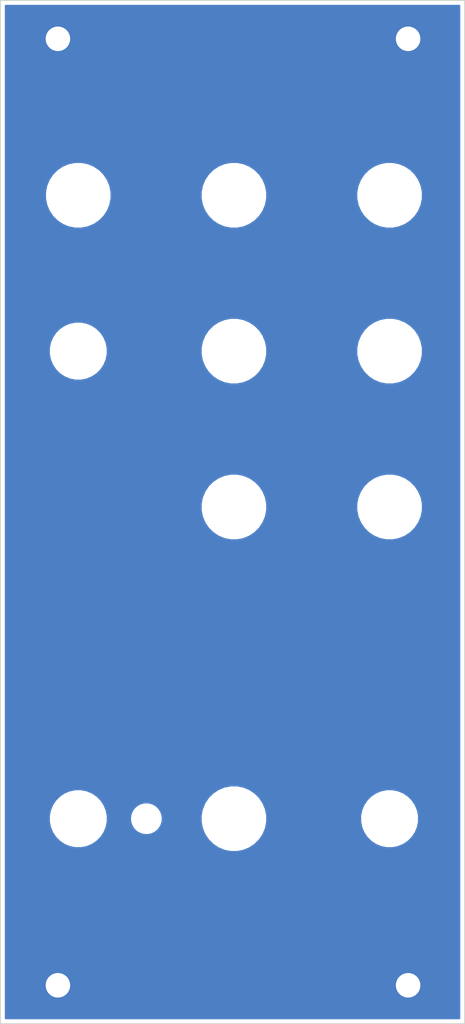
<source format=kicad_pcb>
(kicad_pcb (version 20171130) (host pcbnew 5.1.4-e60b266~84~ubuntu19.04.1)

  (general
    (thickness 1.6)
    (drawings 21)
    (tracks 0)
    (zones 0)
    (modules 16)
    (nets 1)
  )

  (page A4)
  (title_block
    (title Bass++)
    (date 2019-10-17)
    (rev 01)
    (comment 1 "Original design by Thomas Henry")
    (comment 2 "PCB for panel")
    (comment 4 "License CC BY 4.0 - Attribution 4.0 International")
  )

  (layers
    (0 F.Cu signal)
    (31 B.Cu signal)
    (32 B.Adhes user)
    (33 F.Adhes user)
    (34 B.Paste user)
    (35 F.Paste user)
    (36 B.SilkS user)
    (37 F.SilkS user)
    (38 B.Mask user)
    (39 F.Mask user)
    (40 Dwgs.User user)
    (41 Cmts.User user)
    (42 Eco1.User user)
    (43 Eco2.User user)
    (44 Edge.Cuts user)
    (45 Margin user)
    (46 B.CrtYd user)
    (47 F.CrtYd user)
    (48 B.Fab user)
    (49 F.Fab user)
  )

  (setup
    (last_trace_width 0.25)
    (user_trace_width 0.762)
    (trace_clearance 0.2)
    (zone_clearance 0.508)
    (zone_45_only no)
    (trace_min 0.2)
    (via_size 0.8)
    (via_drill 0.4)
    (via_min_size 0.4)
    (via_min_drill 0.3)
    (uvia_size 0.3)
    (uvia_drill 0.1)
    (uvias_allowed no)
    (uvia_min_size 0.2)
    (uvia_min_drill 0.1)
    (edge_width 0.05)
    (segment_width 0.2)
    (pcb_text_width 0.3)
    (pcb_text_size 1.5 1.5)
    (mod_edge_width 0.12)
    (mod_text_size 1 1)
    (mod_text_width 0.15)
    (pad_size 3.2 3.2)
    (pad_drill 3.2)
    (pad_to_mask_clearance 0.051)
    (solder_mask_min_width 0.25)
    (aux_axis_origin 0 0)
    (visible_elements 7FFFFFFF)
    (pcbplotparams
      (layerselection 0x010fc_ffffffff)
      (usegerberextensions false)
      (usegerberattributes false)
      (usegerberadvancedattributes false)
      (creategerberjobfile false)
      (excludeedgelayer true)
      (linewidth 0.100000)
      (plotframeref false)
      (viasonmask false)
      (mode 1)
      (useauxorigin false)
      (hpglpennumber 1)
      (hpglpenspeed 20)
      (hpglpendiameter 15.000000)
      (psnegative false)
      (psa4output false)
      (plotreference true)
      (plotvalue true)
      (plotinvisibletext false)
      (padsonsilk false)
      (subtractmaskfromsilk false)
      (outputformat 1)
      (mirror false)
      (drillshape 1)
      (scaleselection 1)
      (outputdirectory ""))
  )

  (net 0 "")

  (net_class Default "This is the default net class."
    (clearance 0.2)
    (trace_width 0.25)
    (via_dia 0.8)
    (via_drill 0.4)
    (uvia_dia 0.3)
    (uvia_drill 0.1)
  )

  (module MountingHole:MountingHole_3.2mm_M3 (layer F.Cu) (tedit 56D1B4CB) (tstamp 5DA8C20E)
    (at 78.62 153.8)
    (descr "Mounting Hole 3.2mm, no annular, M3")
    (tags "mounting hole 3.2mm no annular m3")
    (attr virtual)
    (fp_text reference REF** (at 0 -4.2) (layer F.SilkS) hide
      (effects (font (size 1 1) (thickness 0.15)))
    )
    (fp_text value MountingHole_3.2mm_M3 (at 0 4.2) (layer F.Fab) hide
      (effects (font (size 1 1) (thickness 0.15)))
    )
    (fp_circle (center 0 0) (end 3.45 0) (layer F.CrtYd) (width 0.05))
    (fp_circle (center 0 0) (end 3.2 0) (layer Cmts.User) (width 0.15))
    (fp_text user %R (at 0.3 0) (layer F.Fab) hide
      (effects (font (size 1 1) (thickness 0.15)))
    )
    (pad 1 np_thru_hole circle (at 0 0) (size 3.2 3.2) (drill 3.2) (layers *.Cu *.Mask))
  )

  (module MountingHole:MountingHole_3.2mm_M3 (layer F.Cu) (tedit 56D1B4CB) (tstamp 5DA8C1F8)
    (at 32.9 153.8)
    (descr "Mounting Hole 3.2mm, no annular, M3")
    (tags "mounting hole 3.2mm no annular m3")
    (attr virtual)
    (fp_text reference REF** (at 0 -4.2) (layer F.SilkS) hide
      (effects (font (size 1 1) (thickness 0.15)))
    )
    (fp_text value MountingHole_3.2mm_M3 (at 0 4.2) (layer F.Fab) hide
      (effects (font (size 1 1) (thickness 0.15)))
    )
    (fp_circle (center 0 0) (end 3.45 0) (layer F.CrtYd) (width 0.05))
    (fp_circle (center 0 0) (end 3.2 0) (layer Cmts.User) (width 0.15))
    (fp_text user %R (at 0.3 0) (layer F.Fab) hide
      (effects (font (size 1 1) (thickness 0.15)))
    )
    (pad 1 np_thru_hole circle (at 0 0) (size 3.2 3.2) (drill 3.2) (layers *.Cu *.Mask))
  )

  (module MountingHole:MountingHole_3.2mm_M3 (layer F.Cu) (tedit 56D1B4CB) (tstamp 5DA8C1E2)
    (at 78.62 30.4)
    (descr "Mounting Hole 3.2mm, no annular, M3")
    (tags "mounting hole 3.2mm no annular m3")
    (attr virtual)
    (fp_text reference REF** (at 0 -4.2) (layer F.SilkS) hide
      (effects (font (size 1 1) (thickness 0.15)))
    )
    (fp_text value MountingHole_3.2mm_M3 (at 0 4.2) (layer F.Fab) hide
      (effects (font (size 1 1) (thickness 0.15)))
    )
    (fp_circle (center 0 0) (end 3.45 0) (layer F.CrtYd) (width 0.05))
    (fp_circle (center 0 0) (end 3.2 0) (layer Cmts.User) (width 0.15))
    (fp_text user %R (at 0.3 0) (layer F.Fab) hide
      (effects (font (size 1 1) (thickness 0.15)))
    )
    (pad 1 np_thru_hole circle (at 0 0) (size 3.2 3.2) (drill 3.2) (layers *.Cu *.Mask))
  )

  (module MountingHole:MountingHole_3.2mm_M3 (layer F.Cu) (tedit 56D1B4CB) (tstamp 5DA8C1CC)
    (at 32.9 30.4)
    (descr "Mounting Hole 3.2mm, no annular, M3")
    (tags "mounting hole 3.2mm no annular m3")
    (attr virtual)
    (fp_text reference REF** (at 0 -4.2) (layer F.SilkS) hide
      (effects (font (size 1 1) (thickness 0.15)))
    )
    (fp_text value MountingHole_3.2mm_M3 (at 0 4.2) (layer F.Fab) hide
      (effects (font (size 1 1) (thickness 0.15)))
    )
    (fp_circle (center 0 0) (end 3.45 0) (layer F.CrtYd) (width 0.05))
    (fp_circle (center 0 0) (end 3.2 0) (layer Cmts.User) (width 0.15))
    (fp_text user %R (at 0.3 0) (layer F.Fab) hide
      (effects (font (size 1 1) (thickness 0.15)))
    )
    (pad 1 np_thru_hole circle (at 0 0) (size 3.2 3.2) (drill 3.2) (layers *.Cu *.Mask))
  )

  (module elektrophon:LED_Monitor (layer F.Cu) (tedit 5D62B726) (tstamp 5DA4EE4A)
    (at 44.45 132.08)
    (descr "Imported from LED Monitor.svg")
    (tags svg2mod)
    (zone_connect 2)
    (attr smd)
    (fp_text reference svg2mod (at 0 -5.054774) (layer F.SilkS) hide
      (effects (font (size 1.524 1.524) (thickness 0.3048)))
    )
    (fp_text value G*** (at 0 5.054774) (layer F.SilkS) hide
      (effects (font (size 1.524 1.524) (thickness 0.3048)))
    )
    (pad 1 connect custom (at 0 0) (size 5 5) (layers *.Mask)
      (zone_connect 2)
      (options (clearance outline) (anchor circle))
      (primitives
        (gr_circle (center 0 0) (end 2.286 0) (width 0.1))
      ))
  )

  (module elektrophon:panel_jack (layer F.Cu) (tedit 5DA46DDA) (tstamp 5D954750)
    (at 76.2 132.08)
    (descr "Mounting Hole 8.4mm, no annular, M8")
    (tags "mounting hole 8.4mm no annular m8")
    (path /5D6B2132)
    (attr virtual)
    (fp_text reference H12 (at 0 -9.4) (layer F.SilkS) hide
      (effects (font (size 1 1) (thickness 0.15)))
    )
    (fp_text value out (at 0 9.144) (layer F.Mask) hide
      (effects (font (size 2 1.4) (thickness 0.25)))
    )
    (fp_circle (center 0 0) (end 4.2 0) (layer F.CrtYd) (width 0.05))
    (fp_circle (center 0 0) (end 4 0) (layer Cmts.User) (width 0.15))
    (fp_text user %R (at 0.3 0) (layer F.Fab) hide
      (effects (font (size 1 1) (thickness 0.15)))
    )
    (pad "" np_thru_hole circle (at 0 0) (size 6.4 6.4) (drill 6.4) (layers *.Cu *.Mask))
    (model "${KIPRJMOD}/../../../lib/kicad/models/PJ301M-12 Thonkiconn v0.2.stp"
      (offset (xyz 0 0.8 -10.5))
      (scale (xyz 1 1 1))
      (rotate (xyz 0 0 0))
    )
  )

  (module elektrophon:panel_potentiometer (layer F.Cu) (tedit 5DA46CEF) (tstamp 5D954748)
    (at 76.2 91.44)
    (descr "Mounting Hole 8.4mm, no annular, M8")
    (tags "mounting hole 8.4mm no annular m8")
    (path /5D6BE698)
    (attr virtual)
    (fp_text reference H11 (at 0 -9.4) (layer F.SilkS) hide
      (effects (font (size 1 1) (thickness 0.15)))
    )
    (fp_text value "impact volume" (at 0 9.144) (layer F.Mask) hide
      (effects (font (size 2 1.4) (thickness 0.25)))
    )
    (fp_circle (center 0 0) (end 6.6 0) (layer F.CrtYd) (width 0.05))
    (fp_circle (center 0 0) (end 6.35 0) (layer Cmts.User) (width 0.15))
    (fp_text user %R (at 0.3 0) (layer F.Fab) hide
      (effects (font (size 1 1) (thickness 0.15)))
    )
    (pad "" np_thru_hole circle (at 0 0) (size 7.4 7.4) (drill 7.4) (layers *.Cu *.Mask))
    (model "${KIPRJMOD}/../../../lib/kicad/models/chroma cap.step"
      (offset (xyz 0 0 8))
      (scale (xyz 1 1 1))
      (rotate (xyz -90 0 0))
    )
  )

  (module elektrophon:panel_potentiometer (layer F.Cu) (tedit 5DA46CEF) (tstamp 5D954740)
    (at 76.2 71.12)
    (descr "Mounting Hole 8.4mm, no annular, M8")
    (tags "mounting hole 8.4mm no annular m8")
    (path /5D950E06)
    (attr virtual)
    (fp_text reference H10 (at 0 -9.4) (layer F.SilkS) hide
      (effects (font (size 1 1) (thickness 0.15)))
    )
    (fp_text value pitch (at 0 9.144) (layer F.Mask) hide
      (effects (font (size 2 1.4) (thickness 0.25)))
    )
    (fp_circle (center 0 0) (end 6.6 0) (layer F.CrtYd) (width 0.05))
    (fp_circle (center 0 0) (end 6.35 0) (layer Cmts.User) (width 0.15))
    (fp_text user %R (at 0.3 0) (layer F.Fab) hide
      (effects (font (size 1 1) (thickness 0.15)))
    )
    (pad "" np_thru_hole circle (at 0 0) (size 7.4 7.4) (drill 7.4) (layers *.Cu *.Mask))
    (model "${KIPRJMOD}/../../../lib/kicad/models/chroma cap.step"
      (offset (xyz 0 0 8))
      (scale (xyz 1 1 1))
      (rotate (xyz -90 0 0))
    )
  )

  (module elektrophon:panel_potentiometer (layer F.Cu) (tedit 5DA46CEF) (tstamp 5D954738)
    (at 76.2 50.8)
    (descr "Mounting Hole 8.4mm, no annular, M8")
    (tags "mounting hole 8.4mm no annular m8")
    (path /5D6B930A)
    (attr virtual)
    (fp_text reference H9 (at 0 -9.4) (layer F.SilkS) hide
      (effects (font (size 1 1) (thickness 0.15)))
    )
    (fp_text value "shell volume" (at 0 9.144) (layer F.Mask) hide
      (effects (font (size 2 1.4) (thickness 0.25)))
    )
    (fp_circle (center 0 0) (end 6.6 0) (layer F.CrtYd) (width 0.05))
    (fp_circle (center 0 0) (end 6.35 0) (layer Cmts.User) (width 0.15))
    (fp_text user %R (at 0.3 0) (layer F.Fab) hide
      (effects (font (size 1 1) (thickness 0.15)))
    )
    (pad "" np_thru_hole circle (at 0 0) (size 7.4 7.4) (drill 7.4) (layers *.Cu *.Mask))
    (model "${KIPRJMOD}/../../../lib/kicad/models/chroma cap.step"
      (offset (xyz 0 0 8))
      (scale (xyz 1 1 1))
      (rotate (xyz -90 0 0))
    )
  )

  (module elektrophon:panel_potentiometer (layer F.Cu) (tedit 5DA46CEF) (tstamp 5D95472A)
    (at 55.88 132.08)
    (descr "Mounting Hole 8.4mm, no annular, M8")
    (tags "mounting hole 8.4mm no annular m8")
    (path /5D6B92F8)
    (attr virtual)
    (fp_text reference H7 (at 0 -9.4) (layer F.SilkS) hide
      (effects (font (size 1 1) (thickness 0.15)))
    )
    (fp_text value sensitivity (at 0 9.144) (layer F.Mask) hide
      (effects (font (size 2 1.4) (thickness 0.25)))
    )
    (fp_circle (center 0 0) (end 6.6 0) (layer F.CrtYd) (width 0.05))
    (fp_circle (center 0 0) (end 6.35 0) (layer Cmts.User) (width 0.15))
    (fp_text user %R (at 0.3 0) (layer F.Fab) hide
      (effects (font (size 1 1) (thickness 0.15)))
    )
    (pad "" np_thru_hole circle (at 0 0) (size 7.4 7.4) (drill 7.4) (layers *.Cu *.Mask))
    (model "${KIPRJMOD}/../../../lib/kicad/models/chroma cap.step"
      (offset (xyz 0 0 8))
      (scale (xyz 1 1 1))
      (rotate (xyz -90 0 0))
    )
  )

  (module elektrophon:panel_potentiometer (layer F.Cu) (tedit 5DA46CEF) (tstamp 5D954722)
    (at 55.88 91.44)
    (descr "Mounting Hole 8.4mm, no annular, M8")
    (tags "mounting hole 8.4mm no annular m8")
    (path /5D6BE446)
    (attr virtual)
    (fp_text reference H6 (at 0 -9.4) (layer F.SilkS) hide
      (effects (font (size 1 1) (thickness 0.15)))
    )
    (fp_text value "impact tone" (at 0 9.144) (layer F.Mask) hide
      (effects (font (size 2 1.4) (thickness 0.25)))
    )
    (fp_circle (center 0 0) (end 6.6 0) (layer F.CrtYd) (width 0.05))
    (fp_circle (center 0 0) (end 6.35 0) (layer Cmts.User) (width 0.15))
    (fp_text user %R (at 0.3 0) (layer F.Fab) hide
      (effects (font (size 1 1) (thickness 0.15)))
    )
    (pad "" np_thru_hole circle (at 0 0) (size 7.4 7.4) (drill 7.4) (layers *.Cu *.Mask))
    (model "${KIPRJMOD}/../../../lib/kicad/models/chroma cap.step"
      (offset (xyz 0 0 8))
      (scale (xyz 1 1 1))
      (rotate (xyz -90 0 0))
    )
  )

  (module elektrophon:panel_potentiometer (layer F.Cu) (tedit 5DA46CEF) (tstamp 5D95471A)
    (at 55.88 71.12)
    (descr "Mounting Hole 8.4mm, no annular, M8")
    (tags "mounting hole 8.4mm no annular m8")
    (path /5D6B9304)
    (attr virtual)
    (fp_text reference H5 (at 0 -9.4) (layer F.SilkS) hide
      (effects (font (size 1 1) (thickness 0.15)))
    )
    (fp_text value range (at 0 9.144) (layer F.Mask) hide
      (effects (font (size 2 1.4) (thickness 0.25)))
    )
    (fp_circle (center 0 0) (end 6.6 0) (layer F.CrtYd) (width 0.05))
    (fp_circle (center 0 0) (end 6.35 0) (layer Cmts.User) (width 0.15))
    (fp_text user %R (at 0.3 0) (layer F.Fab) hide
      (effects (font (size 1 1) (thickness 0.15)))
    )
    (pad "" np_thru_hole circle (at 0 0) (size 7.4 7.4) (drill 7.4) (layers *.Cu *.Mask))
    (model "${KIPRJMOD}/../../../lib/kicad/models/chroma cap.step"
      (offset (xyz 0 0 8))
      (scale (xyz 1 1 1))
      (rotate (xyz -90 0 0))
    )
  )

  (module elektrophon:panel_potentiometer (layer F.Cu) (tedit 5DA46CEF) (tstamp 5D954712)
    (at 55.88 50.8)
    (descr "Mounting Hole 8.4mm, no annular, M8")
    (tags "mounting hole 8.4mm no annular m8")
    (path /5D6B255D)
    (attr virtual)
    (fp_text reference H4 (at 0 -9.4) (layer F.SilkS) hide
      (effects (font (size 1 1) (thickness 0.15)))
    )
    (fp_text value sweep (at 0 9.144) (layer F.Mask) hide
      (effects (font (size 2 1.4) (thickness 0.25)))
    )
    (fp_circle (center 0 0) (end 6.6 0) (layer F.CrtYd) (width 0.05))
    (fp_circle (center 0 0) (end 6.35 0) (layer Cmts.User) (width 0.15))
    (fp_text user %R (at 0.3 0) (layer F.Fab) hide
      (effects (font (size 1 1) (thickness 0.15)))
    )
    (pad "" np_thru_hole circle (at 0 0) (size 7.4 7.4) (drill 7.4) (layers *.Cu *.Mask))
    (model "${KIPRJMOD}/../../../lib/kicad/models/chroma cap.step"
      (offset (xyz 0 0 8))
      (scale (xyz 1 1 1))
      (rotate (xyz -90 0 0))
    )
  )

  (module elektrophon:panel_potentiometer (layer F.Cu) (tedit 5DA46CEF) (tstamp 5D95470A)
    (at 35.56 50.8)
    (descr "Mounting Hole 8.4mm, no annular, M8")
    (tags "mounting hole 8.4mm no annular m8")
    (path /5D6B7DC0)
    (attr virtual)
    (fp_text reference H3 (at 0 -9.4) (layer F.SilkS) hide
      (effects (font (size 1 1) (thickness 0.15)))
    )
    (fp_text value decay (at 0 9.144) (layer F.Mask) hide
      (effects (font (size 2 1.4) (thickness 0.25)))
    )
    (fp_circle (center 0 0) (end 6.6 0) (layer F.CrtYd) (width 0.05))
    (fp_circle (center 0 0) (end 6.35 0) (layer Cmts.User) (width 0.15))
    (fp_text user %R (at 0.3 0) (layer F.Fab) hide
      (effects (font (size 1 1) (thickness 0.15)))
    )
    (pad "" np_thru_hole circle (at 0 0) (size 7.4 7.4) (drill 7.4) (layers *.Cu *.Mask))
    (model "${KIPRJMOD}/../../../lib/kicad/models/chroma cap.step"
      (offset (xyz 0 0 8))
      (scale (xyz 1 1 1))
      (rotate (xyz -90 0 0))
    )
  )

  (module elektrophon:panel_jack (layer F.Cu) (tedit 5DA46DDA) (tstamp 5D954702)
    (at 35.56 132.08)
    (descr "Mounting Hole 8.4mm, no annular, M8")
    (tags "mounting hole 8.4mm no annular m8")
    (path /5D6B7A0D)
    (attr virtual)
    (fp_text reference H2 (at 0 -9.4) (layer F.SilkS) hide
      (effects (font (size 1 1) (thickness 0.15)))
    )
    (fp_text value trigger (at 0 9.144) (layer F.Mask) hide
      (effects (font (size 2 1.4) (thickness 0.25)))
    )
    (fp_circle (center 0 0) (end 4.2 0) (layer F.CrtYd) (width 0.05))
    (fp_circle (center 0 0) (end 4 0) (layer Cmts.User) (width 0.15))
    (fp_text user %R (at 0.3 0) (layer F.Fab) hide
      (effects (font (size 1 1) (thickness 0.15)))
    )
    (pad "" np_thru_hole circle (at 0 0) (size 6.4 6.4) (drill 6.4) (layers *.Cu *.Mask))
    (model "${KIPRJMOD}/../../../lib/kicad/models/PJ301M-12 Thonkiconn v0.2.stp"
      (offset (xyz 0 0.8 -10.5))
      (scale (xyz 1 1 1))
      (rotate (xyz 0 0 0))
    )
  )

  (module elektrophon:panel_jack (layer F.Cu) (tedit 5DA46DDA) (tstamp 5D9546FA)
    (at 35.56 71.12)
    (descr "Mounting Hole 8.4mm, no annular, M8")
    (tags "mounting hole 8.4mm no annular m8")
    (path /5D6B818F)
    (attr virtual)
    (fp_text reference H1 (at 0 -9.4) (layer F.SilkS) hide
      (effects (font (size 1 1) (thickness 0.15)))
    )
    (fp_text value cv (at 0 9.144) (layer F.Mask) hide
      (effects (font (size 2 1.4) (thickness 0.25)))
    )
    (fp_circle (center 0 0) (end 4.2 0) (layer F.CrtYd) (width 0.05))
    (fp_circle (center 0 0) (end 4 0) (layer Cmts.User) (width 0.15))
    (fp_text user %R (at 0.3 0) (layer F.Fab) hide
      (effects (font (size 1 1) (thickness 0.15)))
    )
    (pad "" np_thru_hole circle (at 0 0) (size 6.4 6.4) (drill 6.4) (layers *.Cu *.Mask))
    (model "${KIPRJMOD}/../../../lib/kicad/models/PJ301M-12 Thonkiconn v0.2.stp"
      (offset (xyz 0 0.8 -10.5))
      (scale (xyz 1 1 1))
      (rotate (xyz 0 0 0))
    )
  )

  (gr_line (start 76.2 91.44) (end 55.88 91.44) (layer F.Mask) (width 0.12) (tstamp 5DA8BAB7))
  (gr_text out (at 76.2 141.23) (layer F.Mask) (tstamp 5DA4A364)
    (effects (font (size 2 1.4) (thickness 0.25)))
  )
  (gr_text sens (at 55.88 141.23) (layer F.Mask) (tstamp 5DA4A364)
    (effects (font (size 2 1.4) (thickness 0.25)))
  )
  (gr_text gate (at 35.56 141.23) (layer F.Mask) (tstamp 5DA4A364)
    (effects (font (size 2 1.4) (thickness 0.25)))
  )
  (gr_text impact (at 55.88 100.59) (layer F.Mask) (tstamp 5DA4A364)
    (effects (font (size 2 1.4) (thickness 0.25)))
  )
  (gr_text vol (at 76.2 100.59) (layer F.Mask) (tstamp 5DA4A364)
    (effects (font (size 2 1.4) (thickness 0.25)))
  )
  (gr_text pitch (at 76.2 80.27) (layer F.Mask) (tstamp 5DA4A364)
    (effects (font (size 2 1.4) (thickness 0.25)))
  )
  (gr_text range (at 55.88 80.27) (layer F.Mask) (tstamp 5DA4A364)
    (effects (font (size 2 1.4) (thickness 0.25)))
  )
  (gr_text cv (at 35.56 80.27) (layer F.Mask) (tstamp 5DA4A364)
    (effects (font (size 2 1.4) (thickness 0.25)))
  )
  (gr_text vol (at 76.2 59.95) (layer F.Mask) (tstamp 5DA4A364)
    (effects (font (size 2 1.4) (thickness 0.25)))
  )
  (gr_text sweep (at 55.88 59.95) (layer F.Mask) (tstamp 5DA4A364)
    (effects (font (size 2 1.4) (thickness 0.25)))
  )
  (gr_text decay (at 35.56 59.95) (layer F.Mask)
    (effects (font (size 2 1.4) (thickness 0.25)))
  )
  (gr_line (start 35.56 132.08) (end 55.88 132.08) (layer F.Mask) (width 0.12))
  (gr_line (start 76.2 71.12) (end 35.56 71.12) (layer F.Mask) (width 0.12))
  (gr_line (start 35.56 50.8) (end 76.2 50.8) (layer F.Mask) (width 0.12))
  (gr_text R01 (at 70.104 153.924) (layer F.Cu)
    (effects (font (size 2 1.4) (thickness 0.25)))
  )
  (gr_text bass++ (at 55.7 30.48) (layer F.Mask)
    (effects (font (size 3 3) (thickness 0.35)))
  )
  (gr_line (start 86 158.8) (end 25.4 158.8) (layer Edge.Cuts) (width 0.12))
  (gr_line (start 86 25.4) (end 86 158.8) (layer Edge.Cuts) (width 0.12))
  (gr_line (start 25.4 25.4) (end 25.4 158.8) (layer Edge.Cuts) (width 0.12))
  (gr_line (start 25.4 25.4) (end 86 25.4) (layer Edge.Cuts) (width 0.12))

  (zone (net 0) (net_name "") (layer B.Cu) (tstamp 0) (hatch edge 0.508)
    (connect_pads (clearance 0.508))
    (min_thickness 0.254)
    (fill yes (arc_segments 32) (thermal_gap 0.508) (thermal_bridge_width 0.508))
    (polygon
      (pts
        (xy 25.42 25.42) (xy 85.99 25.39) (xy 86.02 158.78) (xy 25.42 158.85)
      )
    )
    (filled_polygon
      (pts
        (xy 85.305001 158.105) (xy 26.095 158.105) (xy 26.095 131.702285) (xy 31.725 131.702285) (xy 31.725 132.457715)
        (xy 31.872377 133.198628) (xy 32.161467 133.896554) (xy 32.581161 134.52467) (xy 33.11533 135.058839) (xy 33.743446 135.478533)
        (xy 34.441372 135.767623) (xy 35.182285 135.915) (xy 35.937715 135.915) (xy 36.678628 135.767623) (xy 37.376554 135.478533)
        (xy 38.00467 135.058839) (xy 38.538839 134.52467) (xy 38.958533 133.896554) (xy 39.247623 133.198628) (xy 39.395 132.457715)
        (xy 39.395 132.076313) (xy 42.32301 132.076313) (xy 42.32381 132.139313) (xy 42.323926 132.143348) (xy 42.326726 132.206248)
        (xy 42.326969 132.210279) (xy 42.331769 132.273079) (xy 42.33214 132.277093) (xy 42.33894 132.339793) (xy 42.339417 132.343637)
        (xy 42.348117 132.406037) (xy 42.348744 132.410065) (xy 42.359444 132.472165) (xy 42.360208 132.476204) (xy 42.372908 132.537904)
        (xy 42.373756 132.541725) (xy 42.388356 132.603025) (xy 42.389333 132.606862) (xy 42.405833 132.667662) (xy 42.406946 132.671522)
        (xy 42.425346 132.731722) (xy 42.426561 132.735485) (xy 42.446861 132.795185) (xy 42.448261 132.799092) (xy 42.470461 132.857992)
        (xy 42.471862 132.861545) (xy 42.495862 132.919845) (xy 42.497429 132.923491) (xy 42.523229 132.980991) (xy 42.525028 132.984827)
        (xy 42.552728 133.041427) (xy 42.554485 133.044883) (xy 42.583885 133.100583) (xy 42.585748 133.103984) (xy 42.616848 133.158784)
        (xy 42.619008 133.162446) (xy 42.651908 133.216146) (xy 42.653944 133.21936) (xy 42.688444 133.27206) (xy 42.690733 133.275438)
        (xy 42.726933 133.327038) (xy 42.7293 133.3303) (xy 42.7671 133.3807) (xy 42.769471 133.383762) (xy 42.808771 133.432962)
        (xy 42.811418 133.436168) (xy 42.852318 133.484068) (xy 42.854873 133.486969) (xy 42.897273 133.533669) (xy 42.900096 133.536679)
        (xy 42.943896 133.581879) (xy 42.946617 133.584603) (xy 42.991817 133.628503) (xy 42.99483 133.631336) (xy 43.04143 133.673736)
        (xy 43.044432 133.676382) (xy 43.092332 133.717282) (xy 43.095415 133.719831) (xy 43.144615 133.759231) (xy 43.147671 133.761603)
        (xy 43.198071 133.799503) (xy 43.201367 133.8019) (xy 43.252867 133.8381) (xy 43.256199 133.840364) (xy 43.308899 133.874964)
        (xy 43.312254 133.877092) (xy 43.365954 133.909992) (xy 43.369377 133.912016) (xy 43.424077 133.943216) (xy 43.42756 133.945131)
        (xy 43.48326 133.974631) (xy 43.486873 133.976472) (xy 43.543473 134.004172) (xy 43.547066 134.005861) (xy 43.604466 134.031761)
        (xy 43.608355 134.033438) (xy 43.666655 134.057438) (xy 43.670032 134.058772) (xy 43.728932 134.081072) (xy 43.732953 134.082518)
        (xy 43.792553 134.102818) (xy 43.79625 134.104014) (xy 43.85655 134.122514) (xy 43.86035 134.123616) (xy 43.92115 134.140216)
        (xy 43.92513 134.141233) (xy 43.98633 134.155833) (xy 43.990236 134.1567) (xy 44.052036 134.1694) (xy 44.055806 134.170116)
        (xy 44.117806 134.180916) (xy 44.121865 134.181556) (xy 44.184265 134.190356) (xy 44.188307 134.19086) (xy 44.251007 134.19766)
        (xy 44.255021 134.198031) (xy 44.317821 134.202831) (xy 44.321651 134.203065) (xy 44.384551 134.205965) (xy 44.388586 134.206087)
        (xy 44.451586 134.206987) (xy 44.4674 134.20553) (xy 44.48553 134.206736) (xy 44.54853 134.204736) (xy 44.55256 134.204544)
        (xy 44.61546 134.200544) (xy 44.619298 134.200241) (xy 44.681998 134.194341) (xy 44.686224 134.193872) (xy 44.748724 134.185872)
        (xy 44.752366 134.185352) (xy 44.814566 134.175552) (xy 44.818776 134.174816) (xy 44.880676 134.162916) (xy 44.884506 134.162119)
        (xy 44.946006 134.148319) (xy 44.949855 134.147392) (xy 45.010855 134.131692) (xy 45.014675 134.130645) (xy 45.075175 134.113045)
        (xy 45.079013 134.111862) (xy 45.138913 134.092362) (xy 45.142775 134.091036) (xy 45.201975 134.069636) (xy 45.205723 134.068214)
        (xy 45.264323 134.044914) (xy 45.267987 134.04339) (xy 45.325787 134.01829) (xy 45.329402 134.016653) (xy 45.386402 133.989753)
        (xy 45.389964 133.988003) (xy 45.445964 133.959403) (xy 45.44962 133.95746) (xy 45.50482 133.92696) (xy 45.508117 133.925073)
        (xy 45.562317 133.892973) (xy 45.56594 133.890745) (xy 45.61904 133.856845) (xy 45.622213 133.854752) (xy 45.674313 133.819252)
        (xy 45.677606 133.816931) (xy 45.728506 133.779831) (xy 45.731726 133.777404) (xy 45.781426 133.738704) (xy 45.784445 133.736279)
        (xy 45.832945 133.696079) (xy 45.836099 133.693376) (xy 45.883299 133.651576) (xy 45.886242 133.648887) (xy 45.932042 133.605687)
        (xy 45.935004 133.6028) (xy 45.979404 133.5581) (xy 45.981976 133.555434) (xy 46.025076 133.509434) (xy 46.027952 133.506259)
        (xy 46.069452 133.458859) (xy 46.071859 133.456027) (xy 46.111959 133.407427) (xy 46.114551 133.404179) (xy 46.153051 133.354279)
        (xy 46.155392 133.351146) (xy 46.192292 133.300146) (xy 46.194759 133.296611) (xy 46.229959 133.244311) (xy 46.231977 133.241217)
        (xy 46.265577 133.188017) (xy 46.267666 133.184592) (xy 46.299666 133.130192) (xy 46.301747 133.126515) (xy 46.331847 133.071215)
        (xy 46.333568 133.06794) (xy 46.362068 133.01174) (xy 46.363921 133.007929) (xy 46.390521 132.950829) (xy 46.392069 132.947374)
        (xy 46.416969 132.889474) (xy 46.41852 132.8857) (xy 46.44152 132.8271) (xy 46.442974 132.82321) (xy 46.464074 132.76381)
        (xy 46.465299 132.760189) (xy 46.484599 132.700189) (xy 46.485806 132.696216) (xy 46.503106 132.635716) (xy 46.504101 132.632028)
        (xy 46.519601 132.570928) (xy 46.520556 132.566888) (xy 46.534056 132.505288) (xy 46.534863 132.501298) (xy 46.546363 132.439398)
        (xy 46.546988 132.435738) (xy 46.556688 132.373438) (xy 46.557271 132.36923) (xy 46.564871 132.30673) (xy 46.565278 132.302898)
        (xy 46.570978 132.240198) (xy 46.571281 132.236158) (xy 46.574981 132.173258) (xy 46.575154 132.169226) (xy 46.576854 132.106226)
        (xy 46.576899 132.102195) (xy 46.576599 132.039195) (xy 46.576515 132.035167) (xy 46.574215 131.972167) (xy 46.574018 131.968339)
        (xy 46.569818 131.905439) (xy 46.569482 131.901383) (xy 46.563282 131.838783) (xy 46.562821 131.834779) (xy 46.554621 131.772279)
        (xy 46.554026 131.768248) (xy 46.543826 131.706048) (xy 46.543134 131.702198) (xy 46.53351 131.65304) (xy 51.545 131.65304)
        (xy 51.545 132.50696) (xy 51.711592 133.344473) (xy 52.038373 134.133392) (xy 52.512786 134.843401) (xy 53.116599 135.447214)
        (xy 53.826608 135.921627) (xy 54.615527 136.248408) (xy 55.45304 136.415) (xy 56.30696 136.415) (xy 57.144473 136.248408)
        (xy 57.933392 135.921627) (xy 58.643401 135.447214) (xy 59.247214 134.843401) (xy 59.721627 134.133392) (xy 60.048408 133.344473)
        (xy 60.215 132.50696) (xy 60.215 131.702285) (xy 72.365 131.702285) (xy 72.365 132.457715) (xy 72.512377 133.198628)
        (xy 72.801467 133.896554) (xy 73.221161 134.52467) (xy 73.75533 135.058839) (xy 74.383446 135.478533) (xy 75.081372 135.767623)
        (xy 75.822285 135.915) (xy 76.577715 135.915) (xy 77.318628 135.767623) (xy 78.016554 135.478533) (xy 78.64467 135.058839)
        (xy 79.178839 134.52467) (xy 79.598533 133.896554) (xy 79.887623 133.198628) (xy 80.035 132.457715) (xy 80.035 131.702285)
        (xy 79.887623 130.961372) (xy 79.598533 130.263446) (xy 79.178839 129.63533) (xy 78.64467 129.101161) (xy 78.016554 128.681467)
        (xy 77.318628 128.392377) (xy 76.577715 128.245) (xy 75.822285 128.245) (xy 75.081372 128.392377) (xy 74.383446 128.681467)
        (xy 73.75533 129.101161) (xy 73.221161 129.63533) (xy 72.801467 130.263446) (xy 72.512377 130.961372) (xy 72.365 131.702285)
        (xy 60.215 131.702285) (xy 60.215 131.65304) (xy 60.048408 130.815527) (xy 59.721627 130.026608) (xy 59.247214 129.316599)
        (xy 58.643401 128.712786) (xy 57.933392 128.238373) (xy 57.144473 127.911592) (xy 56.30696 127.745) (xy 55.45304 127.745)
        (xy 54.615527 127.911592) (xy 53.826608 128.238373) (xy 53.116599 128.712786) (xy 52.512786 129.316599) (xy 52.038373 130.026608)
        (xy 51.711592 130.815527) (xy 51.545 131.65304) (xy 46.53351 131.65304) (xy 46.531034 131.640398) (xy 46.530222 131.636567)
        (xy 46.516222 131.575167) (xy 46.515245 131.571178) (xy 46.499245 131.510178) (xy 46.498165 131.506314) (xy 46.480265 131.445914)
        (xy 46.479063 131.442081) (xy 46.459263 131.382281) (xy 46.458007 131.378669) (xy 46.436407 131.319469) (xy 46.434919 131.31559)
        (xy 46.411419 131.25719) (xy 46.409836 131.253432) (xy 46.384436 131.195732) (xy 46.38286 131.192291) (xy 46.35576 131.135391)
        (xy 46.353915 131.131675) (xy 46.325015 131.075775) (xy 46.323142 131.072287) (xy 46.292442 131.017187) (xy 46.290402 131.013659)
        (xy 46.258002 130.959659) (xy 46.255903 130.956283) (xy 46.221803 130.903283) (xy 46.219636 130.900025) (xy 46.183936 130.848125)
        (xy 46.181669 130.844936) (xy 46.144369 130.794136) (xy 46.141757 130.790703) (xy 46.102757 130.741203) (xy 46.100415 130.738318)
        (xy 46.060015 130.690018) (xy 46.057298 130.686876) (xy 46.015298 130.639876) (xy 46.012594 130.636944) (xy 45.969194 130.591344)
        (xy 45.966396 130.588495) (xy 45.921496 130.544195) (xy 45.918609 130.541435) (xy 45.872409 130.498635) (xy 45.869544 130.496061)
        (xy 45.822044 130.454661) (xy 45.818867 130.451982) (xy 45.770067 130.412182) (xy 45.766931 130.409705) (xy 45.716831 130.371405)
        (xy 45.713555 130.368983) (xy 45.662355 130.332383) (xy 45.659179 130.330185) (xy 45.606779 130.295085) (xy 45.603446 130.292927)
        (xy 45.550046 130.259527) (xy 45.546403 130.257332) (xy 45.491903 130.225732) (xy 45.488675 130.223923) (xy 45.433275 130.193923)
        (xy 45.429677 130.192048) (xy 45.373377 130.163848) (xy 45.369644 130.162054) (xy 45.312344 130.135654) (xy 45.308618 130.134009)
        (xy 45.250618 130.109509) (xy 45.247182 130.108116) (xy 45.188482 130.085316) (xy 45.184589 130.083877) (xy 45.125089 130.062977)
        (xy 45.12134 130.061726) (xy 45.06134 130.042726) (xy 45.057437 130.041558) (xy 44.996737 130.024458) (xy 44.99277 130.023409)
        (xy 44.93167 130.008309) (xy 44.928003 130.007461) (xy 44.866403 129.994161) (xy 44.862372 129.993358) (xy 44.800372 129.982058)
        (xy 44.796351 129.981392) (xy 44.734051 129.972092) (xy 44.730209 129.971578) (xy 44.667609 129.964178) (xy 44.66358 129.963767)
        (xy 44.60078 129.958367) (xy 44.596755 129.958085) (xy 44.533855 129.954685) (xy 44.530023 129.954536) (xy 44.467023 129.953036)
        (xy 44.462791 129.953006) (xy 44.399791 129.953606) (xy 44.395956 129.9537) (xy 44.333056 129.9562) (xy 44.329023 129.956425)
        (xy 44.266223 129.960925) (xy 44.262204 129.961277) (xy 44.199504 129.967777) (xy 44.195459 129.968262) (xy 44.133059 129.976762)
        (xy 44.129256 129.977339) (xy 44.067056 129.987739) (xy 44.063016 129.988482) (xy 44.001216 130.000882) (xy 43.997348 130.001721)
        (xy 43.936048 130.016021) (xy 43.932064 130.017018) (xy 43.871164 130.033318) (xy 43.867488 130.034362) (xy 43.807188 130.052462)
        (xy 43.803237 130.053718) (xy 43.743437 130.073818) (xy 43.739706 130.075138) (xy 43.680706 130.097038) (xy 43.677143 130.098421)
        (xy 43.618743 130.122121) (xy 43.614846 130.123779) (xy 43.557346 130.149379) (xy 43.553821 130.151014) (xy 43.497021 130.178414)
        (xy 43.493316 130.180276) (xy 43.437516 130.209476) (xy 43.434108 130.211326) (xy 43.379208 130.242226) (xy 43.375774 130.24423)
        (xy 43.321874 130.27683) (xy 43.318507 130.278939) (xy 43.265607 130.313239) (xy 43.262128 130.315578) (xy 43.210428 130.351578)
        (xy 43.207382 130.353766) (xy 43.156782 130.391266) (xy 43.153457 130.393816) (xy 43.104057 130.433016) (xy 43.100965 130.43555)
        (xy 43.052865 130.47625) (xy 43.049964 130.478782) (xy 43.003164 130.520882) (xy 43.000027 130.523801) (xy 42.954627 130.567501)
        (xy 42.951995 130.570109) (xy 42.907895 130.615109) (xy 42.905048 130.61811) (xy 42.862448 130.66451) (xy 42.859888 130.667385)
        (xy 42.818688 130.715085) (xy 42.816024 130.718273) (xy 42.776424 130.767273) (xy 42.77394 130.770449) (xy 42.73594 130.820649)
        (xy 42.733652 130.823769) (xy 42.697152 130.875169) (xy 42.694844 130.878533) (xy 42.660044 130.931033) (xy 42.657843 130.934471)
        (xy 42.624743 130.988071) (xy 42.622794 130.991335) (xy 42.591294 131.045935) (xy 42.58928 131.049562) (xy 42.55958 131.105162)
        (xy 42.557767 131.108689) (xy 42.529867 131.165089) (xy 42.528201 131.168589) (xy 42.502001 131.225889) (xy 42.500305 131.229768)
        (xy 42.476005 131.287968) (xy 42.474587 131.291512) (xy 42.452087 131.350312) (xy 42.450689 131.35415) (xy 42.430089 131.41365)
        (xy 42.428874 131.417342) (xy 42.410074 131.477542) (xy 42.408902 131.481524) (xy 42.392102 131.542224) (xy 42.391104 131.546058)
        (xy 42.376204 131.607258) (xy 42.375328 131.611116) (xy 42.362328 131.672816) (xy 42.361553 131.676814) (xy 42.350553 131.738814)
        (xy 42.349929 131.742673) (xy 42.340829 131.805073) (xy 42.340309 131.809088) (xy 42.333209 131.871688) (xy 42.332817 131.87572)
        (xy 42.327717 131.93852) (xy 42.327454 131.942548) (xy 42.324354 132.005448) (xy 42.324223 132.009281) (xy 42.323023 132.072281)
        (xy 42.32301 132.076313) (xy 39.395 132.076313) (xy 39.395 131.702285) (xy 39.247623 130.961372) (xy 38.958533 130.263446)
        (xy 38.538839 129.63533) (xy 38.00467 129.101161) (xy 37.376554 128.681467) (xy 36.678628 128.392377) (xy 35.937715 128.245)
        (xy 35.182285 128.245) (xy 34.441372 128.392377) (xy 33.743446 128.681467) (xy 33.11533 129.101161) (xy 32.581161 129.63533)
        (xy 32.161467 130.263446) (xy 31.872377 130.961372) (xy 31.725 131.702285) (xy 26.095 131.702285) (xy 26.095 91.01304)
        (xy 51.545 91.01304) (xy 51.545 91.86696) (xy 51.711592 92.704473) (xy 52.038373 93.493392) (xy 52.512786 94.203401)
        (xy 53.116599 94.807214) (xy 53.826608 95.281627) (xy 54.615527 95.608408) (xy 55.45304 95.775) (xy 56.30696 95.775)
        (xy 57.144473 95.608408) (xy 57.933392 95.281627) (xy 58.643401 94.807214) (xy 59.247214 94.203401) (xy 59.721627 93.493392)
        (xy 60.048408 92.704473) (xy 60.215 91.86696) (xy 60.215 91.01304) (xy 71.865 91.01304) (xy 71.865 91.86696)
        (xy 72.031592 92.704473) (xy 72.358373 93.493392) (xy 72.832786 94.203401) (xy 73.436599 94.807214) (xy 74.146608 95.281627)
        (xy 74.935527 95.608408) (xy 75.77304 95.775) (xy 76.62696 95.775) (xy 77.464473 95.608408) (xy 78.253392 95.281627)
        (xy 78.963401 94.807214) (xy 79.567214 94.203401) (xy 80.041627 93.493392) (xy 80.368408 92.704473) (xy 80.535 91.86696)
        (xy 80.535 91.01304) (xy 80.368408 90.175527) (xy 80.041627 89.386608) (xy 79.567214 88.676599) (xy 78.963401 88.072786)
        (xy 78.253392 87.598373) (xy 77.464473 87.271592) (xy 76.62696 87.105) (xy 75.77304 87.105) (xy 74.935527 87.271592)
        (xy 74.146608 87.598373) (xy 73.436599 88.072786) (xy 72.832786 88.676599) (xy 72.358373 89.386608) (xy 72.031592 90.175527)
        (xy 71.865 91.01304) (xy 60.215 91.01304) (xy 60.048408 90.175527) (xy 59.721627 89.386608) (xy 59.247214 88.676599)
        (xy 58.643401 88.072786) (xy 57.933392 87.598373) (xy 57.144473 87.271592) (xy 56.30696 87.105) (xy 55.45304 87.105)
        (xy 54.615527 87.271592) (xy 53.826608 87.598373) (xy 53.116599 88.072786) (xy 52.512786 88.676599) (xy 52.038373 89.386608)
        (xy 51.711592 90.175527) (xy 51.545 91.01304) (xy 26.095 91.01304) (xy 26.095 70.742285) (xy 31.725 70.742285)
        (xy 31.725 71.497715) (xy 31.872377 72.238628) (xy 32.161467 72.936554) (xy 32.581161 73.56467) (xy 33.11533 74.098839)
        (xy 33.743446 74.518533) (xy 34.441372 74.807623) (xy 35.182285 74.955) (xy 35.937715 74.955) (xy 36.678628 74.807623)
        (xy 37.376554 74.518533) (xy 38.00467 74.098839) (xy 38.538839 73.56467) (xy 38.958533 72.936554) (xy 39.247623 72.238628)
        (xy 39.395 71.497715) (xy 39.395 70.742285) (xy 39.385205 70.69304) (xy 51.545 70.69304) (xy 51.545 71.54696)
        (xy 51.711592 72.384473) (xy 52.038373 73.173392) (xy 52.512786 73.883401) (xy 53.116599 74.487214) (xy 53.826608 74.961627)
        (xy 54.615527 75.288408) (xy 55.45304 75.455) (xy 56.30696 75.455) (xy 57.144473 75.288408) (xy 57.933392 74.961627)
        (xy 58.643401 74.487214) (xy 59.247214 73.883401) (xy 59.721627 73.173392) (xy 60.048408 72.384473) (xy 60.215 71.54696)
        (xy 60.215 70.69304) (xy 71.865 70.69304) (xy 71.865 71.54696) (xy 72.031592 72.384473) (xy 72.358373 73.173392)
        (xy 72.832786 73.883401) (xy 73.436599 74.487214) (xy 74.146608 74.961627) (xy 74.935527 75.288408) (xy 75.77304 75.455)
        (xy 76.62696 75.455) (xy 77.464473 75.288408) (xy 78.253392 74.961627) (xy 78.963401 74.487214) (xy 79.567214 73.883401)
        (xy 80.041627 73.173392) (xy 80.368408 72.384473) (xy 80.535 71.54696) (xy 80.535 70.69304) (xy 80.368408 69.855527)
        (xy 80.041627 69.066608) (xy 79.567214 68.356599) (xy 78.963401 67.752786) (xy 78.253392 67.278373) (xy 77.464473 66.951592)
        (xy 76.62696 66.785) (xy 75.77304 66.785) (xy 74.935527 66.951592) (xy 74.146608 67.278373) (xy 73.436599 67.752786)
        (xy 72.832786 68.356599) (xy 72.358373 69.066608) (xy 72.031592 69.855527) (xy 71.865 70.69304) (xy 60.215 70.69304)
        (xy 60.048408 69.855527) (xy 59.721627 69.066608) (xy 59.247214 68.356599) (xy 58.643401 67.752786) (xy 57.933392 67.278373)
        (xy 57.144473 66.951592) (xy 56.30696 66.785) (xy 55.45304 66.785) (xy 54.615527 66.951592) (xy 53.826608 67.278373)
        (xy 53.116599 67.752786) (xy 52.512786 68.356599) (xy 52.038373 69.066608) (xy 51.711592 69.855527) (xy 51.545 70.69304)
        (xy 39.385205 70.69304) (xy 39.247623 70.001372) (xy 38.958533 69.303446) (xy 38.538839 68.67533) (xy 38.00467 68.141161)
        (xy 37.376554 67.721467) (xy 36.678628 67.432377) (xy 35.937715 67.285) (xy 35.182285 67.285) (xy 34.441372 67.432377)
        (xy 33.743446 67.721467) (xy 33.11533 68.141161) (xy 32.581161 68.67533) (xy 32.161467 69.303446) (xy 31.872377 70.001372)
        (xy 31.725 70.742285) (xy 26.095 70.742285) (xy 26.095 50.37304) (xy 31.225 50.37304) (xy 31.225 51.22696)
        (xy 31.391592 52.064473) (xy 31.718373 52.853392) (xy 32.192786 53.563401) (xy 32.796599 54.167214) (xy 33.506608 54.641627)
        (xy 34.295527 54.968408) (xy 35.13304 55.135) (xy 35.98696 55.135) (xy 36.824473 54.968408) (xy 37.613392 54.641627)
        (xy 38.323401 54.167214) (xy 38.927214 53.563401) (xy 39.401627 52.853392) (xy 39.728408 52.064473) (xy 39.895 51.22696)
        (xy 39.895 50.37304) (xy 51.545 50.37304) (xy 51.545 51.22696) (xy 51.711592 52.064473) (xy 52.038373 52.853392)
        (xy 52.512786 53.563401) (xy 53.116599 54.167214) (xy 53.826608 54.641627) (xy 54.615527 54.968408) (xy 55.45304 55.135)
        (xy 56.30696 55.135) (xy 57.144473 54.968408) (xy 57.933392 54.641627) (xy 58.643401 54.167214) (xy 59.247214 53.563401)
        (xy 59.721627 52.853392) (xy 60.048408 52.064473) (xy 60.215 51.22696) (xy 60.215 50.37304) (xy 71.865 50.37304)
        (xy 71.865 51.22696) (xy 72.031592 52.064473) (xy 72.358373 52.853392) (xy 72.832786 53.563401) (xy 73.436599 54.167214)
        (xy 74.146608 54.641627) (xy 74.935527 54.968408) (xy 75.77304 55.135) (xy 76.62696 55.135) (xy 77.464473 54.968408)
        (xy 78.253392 54.641627) (xy 78.963401 54.167214) (xy 79.567214 53.563401) (xy 80.041627 52.853392) (xy 80.368408 52.064473)
        (xy 80.535 51.22696) (xy 80.535 50.37304) (xy 80.368408 49.535527) (xy 80.041627 48.746608) (xy 79.567214 48.036599)
        (xy 78.963401 47.432786) (xy 78.253392 46.958373) (xy 77.464473 46.631592) (xy 76.62696 46.465) (xy 75.77304 46.465)
        (xy 74.935527 46.631592) (xy 74.146608 46.958373) (xy 73.436599 47.432786) (xy 72.832786 48.036599) (xy 72.358373 48.746608)
        (xy 72.031592 49.535527) (xy 71.865 50.37304) (xy 60.215 50.37304) (xy 60.048408 49.535527) (xy 59.721627 48.746608)
        (xy 59.247214 48.036599) (xy 58.643401 47.432786) (xy 57.933392 46.958373) (xy 57.144473 46.631592) (xy 56.30696 46.465)
        (xy 55.45304 46.465) (xy 54.615527 46.631592) (xy 53.826608 46.958373) (xy 53.116599 47.432786) (xy 52.512786 48.036599)
        (xy 52.038373 48.746608) (xy 51.711592 49.535527) (xy 51.545 50.37304) (xy 39.895 50.37304) (xy 39.728408 49.535527)
        (xy 39.401627 48.746608) (xy 38.927214 48.036599) (xy 38.323401 47.432786) (xy 37.613392 46.958373) (xy 36.824473 46.631592)
        (xy 35.98696 46.465) (xy 35.13304 46.465) (xy 34.295527 46.631592) (xy 33.506608 46.958373) (xy 32.796599 47.432786)
        (xy 32.192786 48.036599) (xy 31.718373 48.746608) (xy 31.391592 49.535527) (xy 31.225 50.37304) (xy 26.095 50.37304)
        (xy 26.095 26.095) (xy 85.305 26.095)
      )
    )
  )
  (zone (net 0) (net_name "") (layer B.Cu) (tstamp 0) (hatch edge 0.508)
    (connect_pads (clearance 0.508))
    (min_thickness 0.254)
    (keepout (tracks not_allowed) (vias not_allowed) (copperpour not_allowed))
    (fill (arc_segments 32) (thermal_gap 0.508) (thermal_bridge_width 0.508))
    (polygon
      (pts
        (xy 44.45 132.08) (xy 44.4534 134.08) (xy 44.3904 134.0791) (xy 44.3275 134.0762) (xy 44.2647 134.0714)
        (xy 44.202 134.0646) (xy 44.1396 134.0558) (xy 44.0776 134.045) (xy 44.0158 134.0323) (xy 43.9546 134.0177)
        (xy 43.8938 134.0011) (xy 43.8335 133.9826) (xy 43.7739 133.9623) (xy 43.715 133.94) (xy 43.6567 133.916)
        (xy 43.5993 133.8901) (xy 43.5427 133.8624) (xy 43.487 133.8329) (xy 43.4323 133.8017) (xy 43.3786 133.7688)
        (xy 43.3259 133.7342) (xy 43.2744 133.698) (xy 43.224 133.6601) (xy 43.1748 133.6207) (xy 43.1269 133.5798)
        (xy 43.0803 133.5374) (xy 43.0351 133.4935) (xy 42.9913 133.4483) (xy 42.9489 133.4016) (xy 42.908 133.3537)
        (xy 42.8687 133.3045) (xy 42.8309 133.2541) (xy 42.7947 133.2025) (xy 42.7602 133.1498) (xy 42.7273 133.0961)
        (xy 42.6962 133.0413) (xy 42.6668 132.9856) (xy 42.6391 132.929) (xy 42.6133 132.8715) (xy 42.5893 132.8132)
        (xy 42.5671 132.7543) (xy 42.5468 132.6946) (xy 42.5284 132.6344) (xy 42.5119 132.5736) (xy 42.4973 132.5123)
        (xy 42.4846 132.4506) (xy 42.4739 132.3885) (xy 42.4652 132.3261) (xy 42.4584 132.2634) (xy 42.4536 132.2006)
        (xy 42.4508 132.1377) (xy 42.45 132.0747) (xy 42.4512 132.0117) (xy 42.4543 131.9488) (xy 42.4594 131.886)
        (xy 42.4665 131.8234) (xy 42.4756 131.761) (xy 42.4866 131.699) (xy 42.4996 131.6373) (xy 42.5145 131.5761)
        (xy 42.5313 131.5154) (xy 42.5501 131.4552) (xy 42.5707 131.3957) (xy 42.5932 131.3369) (xy 42.6175 131.2787)
        (xy 42.6437 131.2214) (xy 42.6716 131.165) (xy 42.7013 131.1094) (xy 42.7328 131.0548) (xy 42.7659 131.0012)
        (xy 42.8007 130.9487) (xy 42.8372 130.8973) (xy 42.8752 130.8471) (xy 42.9148 130.7981) (xy 42.956 130.7504)
        (xy 42.9986 130.704) (xy 43.0427 130.659) (xy 43.0881 130.6153) (xy 43.1349 130.5732) (xy 43.183 130.5325)
        (xy 43.2324 130.4933) (xy 43.283 130.4558) (xy 43.3347 130.4198) (xy 43.3876 130.3855) (xy 43.4415 130.3529)
        (xy 43.4964 130.322) (xy 43.5522 130.2928) (xy 43.609 130.2654) (xy 43.6665 130.2398) (xy 43.7249 130.2161)
        (xy 43.7839 130.1942) (xy 43.8437 130.1741) (xy 43.904 130.156) (xy 43.9649 130.1397) (xy 44.0262 130.1254)
        (xy 44.088 130.113) (xy 44.1502 130.1026) (xy 44.2126 130.0941) (xy 44.2753 130.0876) (xy 44.3381 130.0831)
        (xy 44.401 130.0806) (xy 44.464 130.08) (xy 44.527 130.0815) (xy 44.5899 130.0849) (xy 44.6527 130.0903)
        (xy 44.7153 130.0977) (xy 44.7776 130.107) (xy 44.8396 130.1183) (xy 44.9012 130.1316) (xy 44.9623 130.1467)
        (xy 45.023 130.1638) (xy 45.083 130.1828) (xy 45.1425 130.2037) (xy 45.2012 130.2265) (xy 45.2592 130.251)
        (xy 45.3165 130.2774) (xy 45.3728 130.3056) (xy 45.4282 130.3356) (xy 45.4827 130.3672) (xy 45.5361 130.4006)
        (xy 45.5885 130.4357) (xy 45.6397 130.4723) (xy 45.6898 130.5106) (xy 45.7386 130.5504) (xy 45.7861 130.5918)
        (xy 45.8323 130.6346) (xy 45.8772 130.6789) (xy 45.9206 130.7245) (xy 45.9626 130.7715) (xy 46.003 130.8198)
        (xy 46.042 130.8693) (xy 46.0793 130.9201) (xy 46.115 130.972) (xy 46.1491 131.025) (xy 46.1815 131.079)
        (xy 46.2122 131.1341) (xy 46.2411 131.19) (xy 46.2682 131.2469) (xy 46.2936 131.3046) (xy 46.3171 131.363)
        (xy 46.3387 131.4222) (xy 46.3585 131.482) (xy 46.3764 131.5424) (xy 46.3924 131.6034) (xy 46.4064 131.6648)
        (xy 46.4185 131.7266) (xy 46.4287 131.7888) (xy 46.4369 131.8513) (xy 46.4431 131.9139) (xy 46.4473 131.9768)
        (xy 46.4496 132.0398) (xy 46.4499 132.1028) (xy 46.4482 132.1658) (xy 46.4445 132.2287) (xy 46.4388 132.2914)
        (xy 46.4312 132.3539) (xy 46.4215 132.4162) (xy 46.41 132.4781) (xy 46.3965 132.5397) (xy 46.381 132.6008)
        (xy 46.3637 132.6613) (xy 46.3444 132.7213) (xy 46.3233 132.7807) (xy 46.3003 132.8393) (xy 46.2754 132.8972)
        (xy 46.2488 132.9543) (xy 46.2203 133.0105) (xy 46.1902 133.0658) (xy 46.1582 133.1202) (xy 46.1246 133.1734)
        (xy 46.0894 133.2257) (xy 46.0525 133.2767) (xy 46.014 133.3266) (xy 45.9739 133.3752) (xy 45.9324 133.4226)
        (xy 45.8893 133.4686) (xy 45.8449 133.5133) (xy 45.7991 133.5565) (xy 45.7519 133.5983) (xy 45.7034 133.6385)
        (xy 45.6537 133.6772) (xy 45.6028 133.7143) (xy 45.5507 133.7498) (xy 45.4976 133.7837) (xy 45.4434 133.8158)
        (xy 45.3882 133.8463) (xy 45.3322 133.8749) (xy 45.2752 133.9018) (xy 45.2174 133.9269) (xy 45.1588 133.9502)
        (xy 45.0996 133.9716) (xy 45.0397 133.9911) (xy 44.9792 134.0087) (xy 44.9182 134.0244) (xy 44.8567 134.0382)
        (xy 44.7948 134.0501) (xy 44.7326 134.0599) (xy 44.6701 134.0679) (xy 44.6074 134.0738) (xy 44.5445 134.0778)
        (xy 44.4815 134.0798)
      )
    )
  )
)

</source>
